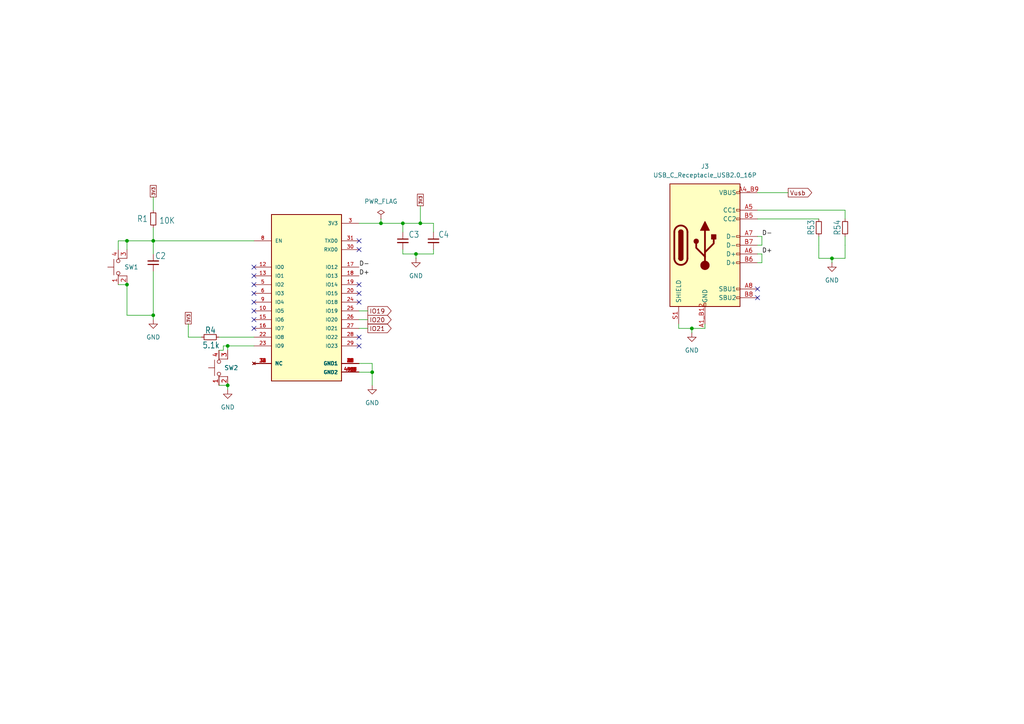
<source format=kicad_sch>
(kicad_sch (version 20231120) (generator "eeschema") (generator_version "8.0")
  (paper "A4")
  (lib_symbols
    (symbol "Device:C_Small" (pin_numbers hide) (pin_names (offset 0.254) hide)
      (property "Reference" "C" (at 0.254 1.778 0))
      (property "Value" "C_Small" (at 0.254 -2.032 0))
      (symbol "C_Small_0_1"
        (polyline (pts (xy -1.524 -0.508) (xy 1.524 -0.508)) (stroke (width 0.3302)))
        (polyline (pts (xy -1.524 0.508) (xy 1.524 0.508)) (stroke (width 0.3048)))
      )
      (symbol "C_Small_1_1"
        (pin passive line (at 0 2.54 270) (length 2.032) (name "~") (number "1"))
        (pin passive line (at 0 -2.54 90) (length 2.032) (name "~") (number "2"))
      )
    )
    (symbol "Device:R_Small" (pin_numbers hide) (pin_names (offset 0.254) hide)
      (property "Reference" "R" (at 0.762 0.508 0))
      (property "Value" "R_Small" (at 0.762 -1.016 0))
      (symbol "R_Small_0_1"
        (rectangle (start -0.762 1.778) (end 0.762 -1.778) (stroke (width 0.2032)))
      )
      (symbol "R_Small_1_1"
        (pin passive line (at 0 2.54 270) (length 0.762) (name "~") (number "1"))
        (pin passive line (at 0 -2.54 90) (length 0.762) (name "~") (number "2"))
      )
    )
    (symbol "Enerwize:DEALON USB-TYPE-C-016" (pin_names (offset 1.016))
      (property "Reference" "J" (at 0 22.225 0))
      (property "Value" "DEALON USB-TYPE-C-016" (at 0 19.685 0))
      (symbol "DEALON USB-TYPE-C-016_0_0"
        (rectangle (start -0.254 -17.78) (end 0.254 -16.764))
        (rectangle (start 10.16 -14.986) (end 9.144 -15.494))
        (rectangle (start 10.16 -12.446) (end 9.144 -12.954))
        (rectangle (start 10.16 -4.826) (end 9.144 -5.334))
        (rectangle (start 10.16 -2.286) (end 9.144 -2.794))
        (rectangle (start 10.16 0.254) (end 9.144 -0.254))
        (rectangle (start 10.16 2.794) (end 9.144 2.286))
        (rectangle (start 10.16 7.874) (end 9.144 7.366))
        (rectangle (start 10.16 10.414) (end 9.144 9.906))
        (rectangle (start 10.16 15.494) (end 9.144 14.986))
      )
      (symbol "DEALON USB-TYPE-C-016_0_1"
        (rectangle (start -10.16 17.78) (end 10.16 -17.78) (stroke (width 0.254)) (fill (type background)))
        (arc (start -8.89 -3.81) (mid -6.985 -5.7067) (end -5.08 -3.81) (stroke (width 0.508)))
        (arc (start -7.62 -3.81) (mid -6.985 -4.4423) (end -6.35 -3.81) (stroke (width 0.254)))
        (arc (start -7.62 -3.81) (mid -6.985 -4.4423) (end -6.35 -3.81) (stroke (width 0.254)) (fill (type outline)))
        (rectangle (start -7.62 -3.81) (end -6.35 3.81) (stroke (width 0.254)) (fill (type outline)))
        (arc (start -6.35 3.81) (mid -6.985 4.4423) (end -7.62 3.81) (stroke (width 0.254)))
        (arc (start -6.35 3.81) (mid -6.985 4.4423) (end -7.62 3.81) (stroke (width 0.254)) (fill (type outline)))
        (arc (start -5.08 3.81) (mid -6.985 5.7067) (end -8.89 3.81) (stroke (width 0.508)))
        (circle (center -2.54 1.143) (radius 0.635) (stroke (width 0.254)) (fill (type outline)))
        (circle (center 0 -5.842) (radius 1.27) (fill (type outline)))
        (polyline (pts (xy -8.89 -3.81) (xy -8.89 3.81)) (stroke (width 0.508)))
        (polyline (pts (xy -5.08 3.81) (xy -5.08 -3.81)) (stroke (width 0.508)))
        (polyline (pts (xy 0 -5.842) (xy 0 4.318)) (stroke (width 0.508)))
        (polyline (pts (xy 0 -3.302) (xy -2.54 -0.762) (xy -2.54 0.508)) (stroke (width 0.508)))
        (polyline (pts (xy 0 -2.032) (xy 2.54 0.508) (xy 2.54 1.778)) (stroke (width 0.508)))
        (polyline (pts (xy -1.27 4.318) (xy 0 6.858) (xy 1.27 4.318) (xy -1.27 4.318)) (stroke (width 0.254)) (fill (type outline)))
        (rectangle (start 1.905 1.778) (end 3.175 3.048) (stroke (width 0.254)) (fill (type outline)))
      )
      (symbol "DEALON USB-TYPE-C-016_1_1"
        (pin passive line (at 0 -22.86 90) (length 5.08) (name "GND") (number "A1_B12"))
        (pin passive line (at 15.24 15.24 180) (length 5.08) (name "VBUS") (number "A4_B9"))
        (pin bidirectional line (at 15.24 10.16 180) (length 5.08) (name "CC1") (number "A5"))
        (pin bidirectional line (at 15.24 -2.54 180) (length 5.08) (name "D+") (number "A6"))
        (pin bidirectional line (at 15.24 2.54 180) (length 5.08) (name "D-") (number "A7"))
        (pin bidirectional line (at 15.24 -12.7 180) (length 5.08) (name "SBU1") (number "A8"))
        (pin passive line (at 0 -22.86 90) (length 5.08) hide (name "GND") (number "B1_A12"))
        (pin passive line (at 15.24 15.24 180) (length 5.08) hide (name "VBUS") (number "B4_A9"))
        (pin bidirectional line (at 15.24 7.62 180) (length 5.08) (name "CC2") (number "B5"))
        (pin bidirectional line (at 15.24 -5.08 180) (length 5.08) (name "D+") (number "B6"))
        (pin bidirectional line (at 15.24 0 180) (length 5.08) (name "D-") (number "B7"))
        (pin bidirectional line (at 15.24 -15.24 180) (length 5.08) (name "SBU2") (number "B8"))
        (pin passive line (at -7.62 -22.86 90) (length 5.08) (name "SHIELD") (number "S1"))
      )
    )
    (symbol "Enerwize:ESP32-C6-MINI-1-N4" (pin_names (offset 1.016))
      (property "Reference" "U" (at -10.16 23.622 0))
      (property "Value" "ESP32-C6-MINI-1-N4" (at -10.16 -27.94 0))
      (symbol "ESP32-C6-MINI-1-N4_0_0"
        (rectangle (start -10.16 22.86) (end 10.16 -25.4) (stroke (width 0.254)) (fill (type background)))
        (pin power_in line (at 15.24 -20.32 180) (length 5.08) (name "GND1") (number "1"))
        (pin bidirectional line (at -15.24 -5.08 0) (length 5.08) (name "IO5") (number "10"))
        (pin power_in line (at 15.24 -20.32 180) (length 5.08) (name "GND1") (number "11"))
        (pin bidirectional line (at -15.24 7.62 0) (length 5.08) (name "IO0") (number "12"))
        (pin bidirectional line (at -15.24 5.08 0) (length 5.08) (name "IO1") (number "13"))
        (pin power_in line (at 15.24 -20.32 180) (length 5.08) (name "GND1") (number "14"))
        (pin bidirectional line (at -15.24 -7.62 0) (length 5.08) (name "IO6") (number "15"))
        (pin bidirectional line (at -15.24 -10.16 0) (length 5.08) (name "IO7") (number "16"))
        (pin bidirectional line (at 15.24 7.62 180) (length 5.08) (name "IO12") (number "17"))
        (pin bidirectional line (at 15.24 5.08 180) (length 5.08) (name "IO13") (number "18"))
        (pin bidirectional line (at 15.24 2.54 180) (length 5.08) (name "IO14") (number "19"))
        (pin power_in line (at 15.24 -20.32 180) (length 5.08) (name "GND1") (number "2"))
        (pin bidirectional line (at 15.24 0 180) (length 5.08) (name "IO15") (number "20"))
        (pin no_connect line (at -15.24 -20.32 0) (length 5.08) (name "NC") (number "21"))
        (pin bidirectional line (at -15.24 -12.7 0) (length 5.08) (name "IO8") (number "22"))
        (pin bidirectional line (at -15.24 -15.24 0) (length 5.08) (name "IO9") (number "23"))
        (pin bidirectional line (at 15.24 -2.54 180) (length 5.08) (name "IO18") (number "24"))
        (pin bidirectional line (at 15.24 -5.08 180) (length 5.08) (name "IO19") (number "25"))
        (pin bidirectional line (at 15.24 -7.62 180) (length 5.08) (name "IO20") (number "26"))
        (pin bidirectional line (at 15.24 -10.16 180) (length 5.08) (name "IO21") (number "27"))
        (pin bidirectional line (at 15.24 -12.7 180) (length 5.08) (name "IO22") (number "28"))
        (pin bidirectional line (at 15.24 -15.24 180) (length 5.08) (name "IO23") (number "29"))
        (pin power_in line (at 15.24 20.32 180) (length 5.08) (name "3V3") (number "3"))
        (pin bidirectional line (at 15.24 12.7 180) (length 5.08) (name "RXD0") (number "30"))
        (pin bidirectional line (at 15.24 15.24 180) (length 5.08) (name "TXD0") (number "31"))
        (pin no_connect line (at -15.24 -20.32 0) (length 5.08) (name "NC") (number "32"))
        (pin no_connect line (at -15.24 -20.32 0) (length 5.08) (name "NC") (number "33"))
        (pin no_connect line (at -15.24 -20.32 0) (length 5.08) (name "NC") (number "34"))
        (pin no_connect line (at -15.24 -20.32 0) (length 5.08) (name "NC") (number "35"))
        (pin power_in line (at 15.24 -20.32 180) (length 5.08) (name "GND1") (number "36"))
        (pin power_in line (at 15.24 -20.32 180) (length 5.08) (name "GND1") (number "37"))
        (pin power_in line (at 15.24 -20.32 180) (length 5.08) (name "GND1") (number "38"))
        (pin power_in line (at 15.24 -20.32 180) (length 5.08) (name "GND1") (number "39"))
        (pin no_connect line (at -15.24 -20.32 0) (length 5.08) (name "NC") (number "4"))
        (pin power_in line (at 15.24 -20.32 180) (length 5.08) (name "GND1") (number "40"))
        (pin power_in line (at 15.24 -20.32 180) (length 5.08) (name "GND1") (number "41"))
        (pin power_in line (at 15.24 -20.32 180) (length 5.08) (name "GND1") (number "42"))
        (pin power_in line (at 15.24 -20.32 180) (length 5.08) (name "GND1") (number "43"))
        (pin power_in line (at 15.24 -20.32 180) (length 5.08) (name "GND1") (number "44"))
        (pin power_in line (at 15.24 -20.32 180) (length 5.08) (name "GND1") (number "45"))
        (pin power_in line (at 15.24 -20.32 180) (length 5.08) (name "GND1") (number "46"))
        (pin power_in line (at 15.24 -22.86 180) (length 5.08) (name "GND2") (number "47"))
        (pin power_in line (at 15.24 -22.86 180) (length 5.08) (name "GND2") (number "48"))
        (pin power_in line (at 15.24 -22.86 180) (length 5.08) (name "GND2") (number "49_1"))
        (pin power_in line (at 15.24 -22.86 180) (length 5.08) (name "GND2") (number "49_2"))
        (pin power_in line (at 15.24 -22.86 180) (length 5.08) (name "GND2") (number "49_3"))
        (pin power_in line (at 15.24 -22.86 180) (length 5.08) (name "GND2") (number "49_4"))
        (pin power_in line (at 15.24 -22.86 180) (length 5.08) (name "GND2") (number "49_5"))
        (pin power_in line (at 15.24 -22.86 180) (length 5.08) (name "GND2") (number "49_6"))
        (pin power_in line (at 15.24 -22.86 180) (length 5.08) (name "GND2") (number "49_7"))
        (pin power_in line (at 15.24 -22.86 180) (length 5.08) (name "GND2") (number "49_8"))
        (pin power_in line (at 15.24 -22.86 180) (length 5.08) (name "GND2") (number "49_9"))
        (pin bidirectional line (at -15.24 2.54 0) (length 5.08) (name "IO2") (number "5"))
        (pin power_in line (at 15.24 -22.86 180) (length 5.08) (name "GND2") (number "50"))
        (pin power_in line (at 15.24 -22.86 180) (length 5.08) (name "GND2") (number "51"))
        (pin power_in line (at 15.24 -22.86 180) (length 5.08) (name "GND2") (number "52"))
        (pin power_in line (at 15.24 -22.86 180) (length 5.08) (name "GND2") (number "53"))
        (pin bidirectional line (at -15.24 0 0) (length 5.08) (name "IO3") (number "6"))
        (pin no_connect line (at -15.24 -20.32 0) (length 5.08) (name "NC") (number "7"))
        (pin input line (at -15.24 15.24 0) (length 5.08) (name "EN") (number "8"))
        (pin bidirectional line (at -15.24 -2.54 0) (length 5.08) (name "IO4") (number "9"))
      )
    )
    (symbol "Switch:SW_MEC_5E" (pin_names (offset 1.016) hide)
      (property "Reference" "SW" (at 0.635 5.715 0))
      (property "Value" "SW_MEC_5E" (at 0 -3.175 0))
      (symbol "SW_MEC_5E_0_1"
        (circle (center -1.778 2.54) (radius 0.508))
        (polyline (pts (xy -2.286 3.81) (xy 2.286 3.81)))
        (polyline (pts (xy 0 3.81) (xy 0 5.588)))
        (polyline (pts (xy -2.54 0) (xy -2.54 2.54) (xy -2.286 2.54)))
        (polyline (pts (xy 2.54 0) (xy 2.54 2.54) (xy 2.286 2.54)))
        (circle (center 1.778 2.54) (radius 0.508))
        (pin passive line (at -5.08 2.54 0) (length 2.54) (name "1") (number "1"))
        (pin passive line (at -5.08 0 0) (length 2.54) (name "2") (number "2"))
        (pin passive line (at 5.08 0 180) (length 2.54) (name "K") (number "3"))
        (pin passive line (at 5.08 2.54 180) (length 2.54) (name "A") (number "4"))
      )
    )
    (symbol "power:GND" (power) (pin_numbers hide) (pin_names (offset 0) hide)
      (property "Value" "GND" (at 0 -3.81 0))
      (symbol "GND_0_1"
        (polyline (pts (xy 0 0) (xy 0 -1.27) (xy 1.27 -1.27) (xy 0 -2.54) (xy -1.27 -1.27) (xy 0 -1.27)))
      )
      (symbol "GND_1_1"
        (pin power_in line (at 0 0 270) (length 0) (name "~") (number "1"))
      )
    )
    (symbol "power:PWR_FLAG" (power) (pin_numbers hide) (pin_names (offset 0) hide)
      (property "Value" "PWR_FLAG" (at 0 3.81 0))
      (symbol "PWR_FLAG_0_0"
        (pin power_out line (at 0 0 90) (length 0) (name "~") (number "1"))
      )
      (symbol "PWR_FLAG_0_1"
        (polyline (pts (xy 0 0) (xy 0 1.27) (xy -1.016 1.905) (xy 0 2.54) (xy 1.016 1.905) (xy 0 1.27)))
      )
    )
  )
  (junction (at 66.04 111.76))
  (junction (at 66.04 100.33))
  (junction (at 241.3 74.93))
  (junction (at 120.65 73.66))
  (junction (at 44.45 69.85))
  (junction (at 121.92 64.77))
  (junction (at 36.83 69.85))
  (junction (at 107.95 107.95))
  (junction (at 200.66 95.25))
  (junction (at 116.84 64.77))
  (junction (at 110.49 64.77))
  (junction (at 36.83 82.55))
  (junction (at 44.45 91.44))
  (no_connect (at 219.71 83.82))
  (no_connect (at 73.66 95.25))
  (no_connect (at 219.71 86.36))
  (no_connect (at 73.66 82.55))
  (no_connect (at 104.14 72.39))
  (no_connect (at 104.14 97.79))
  (no_connect (at 73.66 77.47))
  (no_connect (at 73.66 92.71))
  (no_connect (at 104.14 69.85))
  (no_connect (at 73.66 87.63))
  (no_connect (at 104.14 82.55))
  (no_connect (at 73.66 80.01))
  (no_connect (at 73.66 90.17))
  (no_connect (at 104.14 85.09))
  (no_connect (at 73.66 85.09))
  (no_connect (at 104.14 87.63))
  (no_connect (at 104.14 100.33))
  (wire (pts (xy 44.45 69.85) (xy 73.66 69.85)) (stroke (width 0.1524)))
  (wire (pts (xy 125.73 64.77) (xy 125.73 67.31)) (stroke (width 0.1524)))
  (wire (pts (xy 73.66 97.79) (xy 63.5 97.79)))
  (wire (pts (xy 64.77 100.33) (xy 64.77 101.6)))
  (wire (pts (xy 66.04 100.33) (xy 66.04 101.6)))
  (wire (pts (xy 196.85 93.98) (xy 196.85 95.25)))
  (wire (pts (xy 54.61 93.98) (xy 54.61 97.79)))
  (wire (pts (xy 64.77 101.6) (xy 63.5 101.6)))
  (wire (pts (xy 34.29 69.85) (xy 34.29 72.39)))
  (wire (pts (xy 125.73 73.66) (xy 125.73 72.39)) (stroke (width 0.1524)))
  (wire (pts (xy 36.83 91.44) (xy 36.83 82.55)) (stroke (width 0.1524)))
  (wire (pts (xy 120.65 73.66) (xy 120.65 74.93)) (stroke (width 0.1524)))
  (wire (pts (xy 200.66 95.25) (xy 200.66 96.52)))
  (wire (pts (xy 66.04 111.76) (xy 66.04 113.03)))
  (wire (pts (xy 44.45 92.71) (xy 44.45 91.44)))
  (wire (pts (xy 237.49 68.58) (xy 237.49 71.12)))
  (wire (pts (xy 110.49 64.77) (xy 116.84 64.77)))
  (wire (pts (xy 66.04 100.33) (xy 73.66 100.33)))
  (wire (pts (xy 36.83 69.85) (xy 36.83 72.39)))
  (wire (pts (xy 44.45 57.15) (xy 44.45 58.42)) (stroke (width 0.1524)))
  (wire (pts (xy 120.65 73.66) (xy 125.73 73.66)) (stroke (width 0.1524)))
  (wire (pts (xy 34.29 82.55) (xy 36.83 82.55)))
  (wire (pts (xy 63.5 111.76) (xy 66.04 111.76)))
  (wire (pts (xy 36.83 69.85) (xy 44.45 69.85)))
  (wire (pts (xy 241.3 76.2) (xy 241.3 74.93)))
  (wire (pts (xy 245.11 71.12) (xy 245.11 74.93)) (stroke (width 0.1524)))
  (wire (pts (xy 64.77 100.33) (xy 66.04 100.33)))
  (wire (pts (xy 219.71 71.12) (xy 220.98 71.12)))
  (wire (pts (xy 107.95 109.22) (xy 107.95 111.76)) (stroke (width 0.1524)))
  (wire (pts (xy 241.3 74.93) (xy 245.11 74.93)) (stroke (width 0.1524)))
  (wire (pts (xy 104.14 64.77) (xy 110.49 64.77)))
  (wire (pts (xy 200.66 95.25) (xy 204.47 95.25)))
  (wire (pts (xy 219.71 63.5) (xy 237.49 63.5)))
  (wire (pts (xy 121.92 64.77) (xy 125.73 64.77)) (stroke (width 0.1524)))
  (wire (pts (xy 44.45 66.04) (xy 44.45 68.58)))
  (wire (pts (xy 107.95 105.41) (xy 107.95 107.95)))
  (wire (pts (xy 110.49 63.5) (xy 110.49 64.77)))
  (wire (pts (xy 196.85 95.25) (xy 200.66 95.25)))
  (wire (pts (xy 219.71 76.2) (xy 220.98 76.2)))
  (wire (pts (xy 44.45 91.44) (xy 44.45 78.74)) (stroke (width 0.1524)))
  (wire (pts (xy 219.71 68.58) (xy 220.98 68.58)))
  (wire (pts (xy 245.11 60.96) (xy 245.11 63.5)))
  (wire (pts (xy 44.45 68.58) (xy 44.45 69.85)) (stroke (width 0.1524)))
  (wire (pts (xy 220.98 76.2) (xy 220.98 73.66)))
  (wire (pts (xy 58.42 97.79) (xy 54.61 97.79)))
  (wire (pts (xy 104.14 92.71) (xy 106.68 92.71)))
  (wire (pts (xy 116.84 64.77) (xy 121.92 64.77)) (stroke (width 0.1524)))
  (wire (pts (xy 121.92 64.77) (xy 121.92 59.69)) (stroke (width 0.1524)))
  (wire (pts (xy 116.84 73.66) (xy 116.84 72.39)) (stroke (width 0.1524)))
  (wire (pts (xy 219.71 73.66) (xy 220.98 73.66)))
  (wire (pts (xy 237.49 74.93) (xy 237.49 71.12)) (stroke (width 0.1524)))
  (wire (pts (xy 104.14 105.41) (xy 107.95 105.41)))
  (wire (pts (xy 245.11 68.58) (xy 245.11 71.12)))
  (wire (pts (xy 104.14 107.95) (xy 107.95 107.95)))
  (wire (pts (xy 44.45 69.85) (xy 44.45 73.66)) (stroke (width 0.1524)))
  (wire (pts (xy 107.95 107.95) (xy 107.95 109.22)))
  (wire (pts (xy 116.84 73.66) (xy 120.65 73.66)) (stroke (width 0.1524)))
  (wire (pts (xy 36.83 91.44) (xy 44.45 91.44)) (stroke (width 0.1524)))
  (wire (pts (xy 104.14 95.25) (xy 106.68 95.25)))
  (wire (pts (xy 237.49 74.93) (xy 241.3 74.93)) (stroke (width 0.1524)))
  (wire (pts (xy 204.47 93.98) (xy 204.47 95.25)))
  (wire (pts (xy 104.14 90.17) (xy 106.68 90.17)))
  (wire (pts (xy 220.98 71.12) (xy 220.98 68.58)))
  (wire (pts (xy 34.29 69.85) (xy 36.83 69.85)))
  (wire (pts (xy 219.71 55.88) (xy 228.6 55.88)))
  (wire (pts (xy 44.45 58.42) (xy 44.45 60.96)))
  (wire (pts (xy 116.84 64.77) (xy 116.84 67.31)) (stroke (width 0.1524)))
  (wire (pts (xy 219.71 60.96) (xy 245.11 60.96)))
  (label "D-" (at 220.98 68.58 0))
  (label "D+" (at 220.98 73.66 0))
  (label "D+" (at 104.14 80.01 0))
  (label "D-" (at 104.14 77.47 0))
  (global_label "Vusb" (shape output) (at 228.6 55.88 0) (property "Intersheetrefs" "${INTERSHEET_REFS}" (effects (hide yes))))
  (global_label "IO21" (shape output) (at 106.68 95.25 0) (property "Intersheetrefs" "${INTERSHEET_REFS}" (effects (hide yes))))
  (global_label "3V3" (shape passive) (at 121.92 59.69 90) (effects (font (size 0.889 0.889))) (property "Intersheetrefs" "${INTERSHEET_REFS}" (effects (hide yes))))
  (global_label "IO19" (shape output) (at 106.68 90.17 0) (property "Intersheetrefs" "${INTERSHEET_REFS}" (effects (hide yes))))
  (global_label "3V3" (shape passive) (at 54.61 93.98 90) (effects (font (size 0.889 0.889))) (property "Intersheetrefs" "${INTERSHEET_REFS}" (effects (hide yes))))
  (global_label "IO20" (shape output) (at 106.68 92.71 0) (property "Intersheetrefs" "${INTERSHEET_REFS}" (effects (hide yes))))
  (global_label "3V3" (shape passive) (at 44.45 57.15 90) (effects (font (size 0.889 0.889))) (property "Intersheetrefs" "${INTERSHEET_REFS}" (effects (hide yes))))
  (symbol (lib_id "Device:R_Small") (at 60.96 97.79 90) (unit 1)
    (property "Reference" "R4" (at 59.436 96.774 90) (effects (font (size 1.778 1.5113)) (justify right top)))
    (property "Value" "5.1k" (at 58.674 101.092 90) (effects (font (size 1.778 1.5113)) (justify right top)))
    (property "Footprint" "Resistor_SMD:R_0603_1608Metric" (effects (hide yes)))
    (property "Description" "Resistor, small symbol" (effects (hide yes)))
    (property "Manufacturer" "UNI-ROYAL" (effects (hide yes)))
    (property "Mfg Part #" "0402WGF1002TCE" (effects (hide yes)))
    (property "LCSC Part #" "C3016319" (effects (hide yes)))
  )
  (symbol (lib_id "power:GND") (at 200.66 96.52 0) (unit 1)
    (property "Reference" "#PWR011" (effects (hide yes)))
    (property "Value" "GND" (at 200.66 101.6 0))
    (property "Description" "Power symbol creates a global label with name \"GND\" , ground" (effects (hide yes)))
  )
  (symbol (lib_id "Enerwize:DEALON USB-TYPE-C-016") (at 204.47 71.12 0) (unit 1)
    (property "Reference" "J3" (at 204.47 48.26 0))
    (property "Value" "USB_C_Receptacle_USB2.0_16P" (at 204.47 50.8 0))
    (property "Footprint" "Enerwize:DEALON USB-TYPE-C-016" (effects (hide yes)))
    (property "Datasheet" "https://www.usb.org/sites/default/files/documents/usb_type-c.zip" (effects (hide yes)))
    (property "Description" "3A 1 Sink board 16P Female -25℃~+85℃ Type-C SMD USB Connectors ROHS" (effects (hide yes)))
    (property "Order" "https://www.lcsc.com/product-detail/USB-Connectors_DEALON-USB-TYPE-C-016_C2927036.html" (effects (hide yes)))
    (property "LCSC Part #" "C2927036" (effects (hide yes)))
  )
  (symbol (lib_id "Device:C_Small") (at 44.45 76.2 180) (unit 1)
    (property "Reference" "C2" (at 44.958 75.184 0) (effects (font (size 1.778 1.5113)) (justify right top)))
    (property "Value" "100nF" (effects (hide yes)))
    (property "Footprint" "Capacitor_SMD:C_0603_1608Metric" (effects (hide yes)))
    (property "Description" "Unpolarized capacitor, small symbol" (effects (hide yes)))
    (property "LCSC Part #" "C88136" (effects (hide yes)))
    (property "Sim.Device" "C" (effects (hide yes)))
    (property "Sim.Type" "=" (effects (hide yes)))
    (property "Sim.Params" "c=\"25V 1uF X5R ±10%\"" (effects (hide yes)))
    (property "Sim.Pins" "1=+ 2=-" (effects (hide yes)))
  )
  (symbol (lib_id "Device:C_Small") (at 125.73 69.85 0) (unit 1)
    (property "Reference" "C4" (at 130.302 67.056 0) (effects (font (size 1.778 1.5113)) (justify right top)))
    (property "Value" "100nF" (effects (hide yes)))
    (property "Footprint" "Capacitor_SMD:C_0603_1608Metric" (effects (hide yes)))
    (property "Description" "Unpolarized capacitor, small symbol" (effects (hide yes)))
    (property "Mfg Part #" "C88136" (effects (hide yes)))
    (property "LCSC Part #" "C88136" (effects (hide yes)))
  )
  (symbol (lib_id "Enerwize:ESP32-C6-MINI-1-N4") (at 88.9 85.09 0) (unit 1)
    (property "Reference" "U1" (effects (hide yes)))
    (property "Value" "ESP32-C6-MINI-1-N4" (effects (hide yes)))
    (property "Footprint" "Enerwize:ESP32-C6-MINI-1-N4" (effects (hide yes)))
    (property "Manufacturer" "Espressif" (effects (hide yes)))
    (property "Mfg Part #" "ESP32-C6-MINI-1-N4" (effects (hide yes)))
    (property "LCSC Part #" "C5736265" (effects (hide yes)))
    (property "MF" "Espressif Systems" (effects (hide yes)))
    (property "MAXIMUM_PACKAGE_HEIGHT" "2.55 mm" (effects (hide yes)))
    (property "Package" "SMD-53 Espressif Systems" (effects (hide yes)))
    (property "MP" "ESP32-C6-MINI-1-N4" (effects (hide yes)))
    (property "Description_1" "802.15.4, Bluetooth, WiFi 802.11ax, Bluetooth v5.0, Zigbee® Transceiver Module 2.4GHz Antenna Not Included Surface Mount" (effects (hide yes)))
  )
  (symbol (lib_id "Switch:SW_MEC_5E") (at 36.83 77.47 90) (unit 1)
    (property "Reference" "SW1" (at 36.068 77.47 90) (effects (justify right)))
    (property "Value" "SW_MEC_5E" (effects (hide yes)))
    (property "Footprint" "Button_Switch_SMD:SW_Push_1P1T_XKB_TS-1187A" (effects (hide yes)))
    (property "Datasheet" "http://www.apem.com/int/index.php?controller=attachment&id_attachment=1371" (effects (hide yes)))
    (property "Description" "MEC 5E single pole normally-open tactile switch" (effects (hide yes)))
    (property "LCSC Part #" "C7425483" (effects (hide yes)))
  )
  (symbol (lib_id "power:GND") (at 241.3 76.2 0) (unit 1)
    (property "Reference" "#PWR031" (effects (hide yes)))
    (property "Value" "GND" (at 241.3 81.28 0))
    (property "Description" "Power symbol creates a global label with name \"GND\" , ground" (effects (hide yes)))
    (instances (project "mainboard" (path "" (reference "#PWR031") (unit 1))) (project "led-driver_v1.0" (path "" (reference "#PWR013") (unit 1))))
  )
  (symbol (lib_id "power:GND") (at 44.45 92.71 0) (unit 1)
    (property "Reference" "#PWR08" (effects (hide yes)))
    (property "Value" "GND" (at 44.45 97.79 0))
    (property "Description" "Power symbol creates a global label with name \"GND\" , ground" (effects (hide yes)))
  )
  (symbol (lib_id "Device:R_Small") (at 237.49 66.04 180) (unit 1)
    (property "Reference" "R53" (at 236.22 68.326 90) (effects (font (size 1.778 1.5113)) (justify right top)))
    (property "Value" "5.1k" (effects (hide yes)))
    (property "Footprint" "Resistor_SMD:R_0603_1608Metric" (effects (hide yes)))
    (property "Description" "Resistor, small symbol" (effects (hide yes)))
    (property "Manufacturer" "VO" (effects (hide yes)))
    (property "Mfg Part #" "SCR0603F5K1" (effects (hide yes)))
    (property "LCSC Part #" "C3016319" (effects (hide yes)))
    (instances (project "mainboard" (path "" (reference "R53") (unit 1))) (project "led-driver_v1.0" (path "" (reference "R2") (unit 1))))
  )
  (symbol (lib_id "power:GND") (at 120.65 74.93 0) (unit 1)
    (property "Reference" "#PWR014" (effects (hide yes)))
    (property "Value" "GND" (at 120.65 80.01 0))
    (property "Description" "Power symbol creates a global label with name \"GND\" , ground" (effects (hide yes)))
  )
  (symbol (lib_id "Switch:SW_MEC_5E") (at 66.04 106.68 90) (unit 1)
    (property "Reference" "SW2" (at 65.024 106.68 90) (effects (justify right)))
    (property "Value" "SW_MEC_5E" (effects (hide yes)))
    (property "Footprint" "Button_Switch_SMD:SW_Push_1P1T_XKB_TS-1187A" (effects (hide yes)))
    (property "Datasheet" "http://www.apem.com/int/index.php?controller=attachment&id_attachment=1371" (effects (hide yes)))
    (property "Description" "MEC 5E single pole normally-open tactile switch" (effects (hide yes)))
    (property "LCSC Part #" "C7425483" (effects (hide yes)))
  )
  (symbol (lib_id "power:GND") (at 107.95 111.76 0) (unit 1)
    (property "Reference" "#PWR010" (effects (hide yes)))
    (property "Value" "GND" (at 107.95 116.84 0))
    (property "Description" "Power symbol creates a global label with name \"GND\" , ground" (effects (hide yes)))
  )
  (symbol (lib_id "Device:R_Small") (at 44.45 63.5 0) (unit 1)
    (property "Reference" "R1" (at 42.926 62.484 0) (effects (font (size 1.778 1.5113)) (justify right top)))
    (property "Value" "10K" (at 50.8 62.992 0) (effects (font (size 1.778 1.5113)) (justify right top)))
    (property "Footprint" "Resistor_SMD:R_0603_1608Metric_Pad0.98x0.95mm_HandSolder" (effects (hide yes)))
    (property "Description" "Resistor, small symbol" (effects (hide yes)))
    (property "Manufacturer" "UNI-ROYAL" (effects (hide yes)))
    (property "Mfg Part #" "0603WAF1002T5E" (effects (hide yes)))
    (property "LCSC Part #" "C25804" (effects (hide yes)))
  )
  (symbol (lib_id "Device:R_Small") (at 245.11 66.04 180) (unit 1)
    (property "Reference" "R54" (at 243.84 68.326 90) (effects (font (size 1.778 1.5113)) (justify right top)))
    (property "Value" "5.1k" (effects (hide yes)))
    (property "Footprint" "Resistor_SMD:R_0603_1608Metric" (effects (hide yes)))
    (property "Description" "Resistor, small symbol" (effects (hide yes)))
    (property "Manufacturer" "VO" (effects (hide yes)))
    (property "Mfg Part #" "SCR0603F5K1" (effects (hide yes)))
    (property "LCSC Part #" "C3016319" (effects (hide yes)))
    (instances (project "mainboard" (path "" (reference "R54") (unit 1))) (project "led-driver_v1.0" (path "" (reference "R3") (unit 1))))
  )
  (symbol (lib_id "Device:C_Small") (at 116.84 69.85 0) (unit 1)
    (property "Reference" "C3" (at 121.666 67.056 0) (effects (font (size 1.778 1.5113)) (justify right top)))
    (property "Value" "6.3V 22uF X5R ±20%" (effects (hide yes)))
    (property "Footprint" "Capacitor_SMD:C_0603_1608Metric" (effects (hide yes)))
    (property "Description" "Unpolarized capacitor, small symbol" (effects (hide yes)))
    (property "LCSC Part #" "C7503501" (effects (hide yes)))
  )
  (symbol (lib_id "power:GND") (at 66.04 113.03 0) (unit 1)
    (property "Reference" "#PWR09" (effects (hide yes)))
    (property "Value" "GND" (at 66.04 118.11 0))
    (property "Description" "Power symbol creates a global label with name \"GND\" , ground" (effects (hide yes)))
  )
  (symbol (lib_id "power:PWR_FLAG") (at 110.49 63.5 0) (unit 1)
    (property "Reference" "#FLG01" (effects (hide yes)))
    (property "Value" "PWR_FLAG" (at 110.49 58.42 0))
    (property "Description" "Special symbol for telling ERC where power comes from" (effects (hide yes)))
  )
)
</source>
